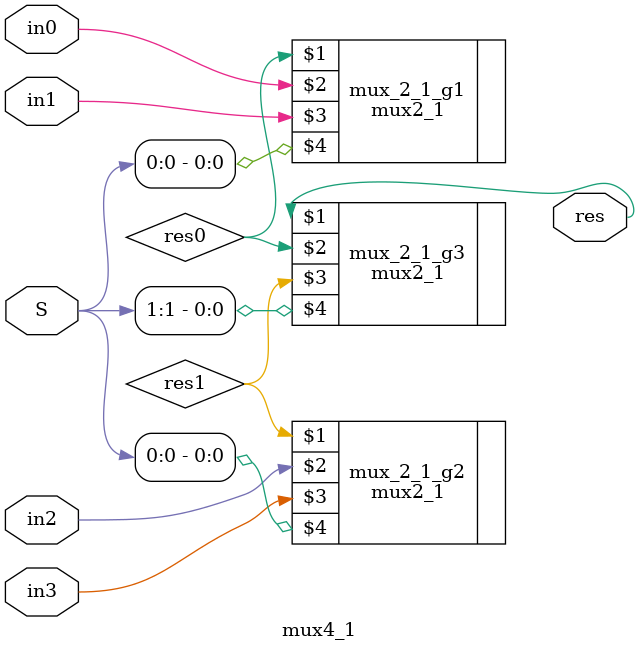
<source format=v>
module mux4_1(res,in0,in1,in2,in3,S);

    output res;
    input in0, in1, in2, in3;
    input [1:0]S;

    mux2_1 mux_2_1_g1(res0, in0, in1, S[0]);
    mux2_1 mux_2_1_g2(res1, in2, in3, S[0]);
    mux2_1 mux_2_1_g3(res, res0, res1,S[1]);
    
endmodule
</source>
